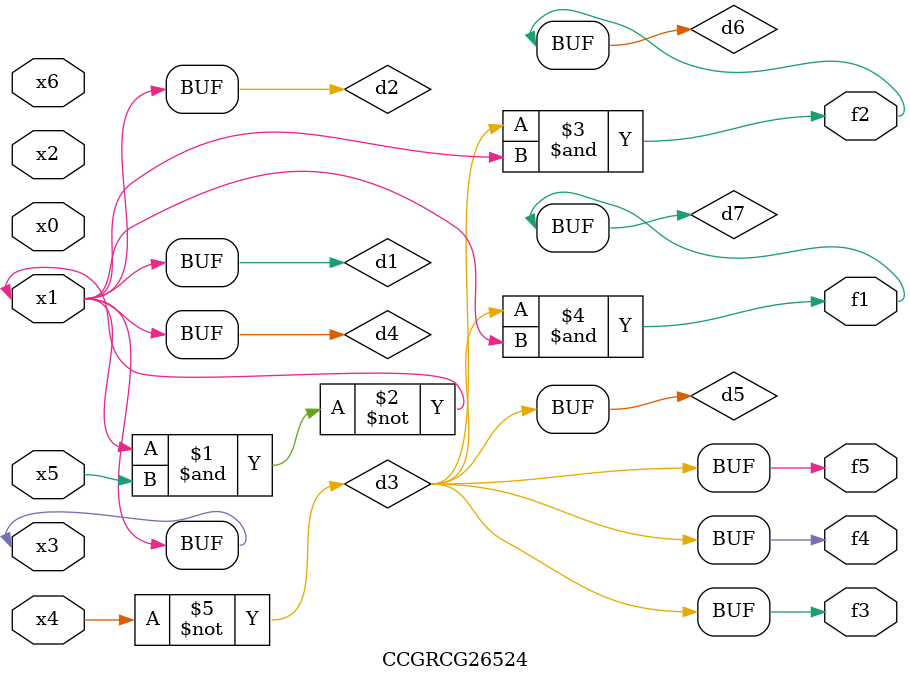
<source format=v>
module CCGRCG26524(
	input x0, x1, x2, x3, x4, x5, x6,
	output f1, f2, f3, f4, f5
);

	wire d1, d2, d3, d4, d5, d6, d7;

	buf (d1, x1, x3);
	nand (d2, x1, x5);
	not (d3, x4);
	buf (d4, d1, d2);
	buf (d5, d3);
	and (d6, d3, d4);
	and (d7, d3, d4);
	assign f1 = d7;
	assign f2 = d6;
	assign f3 = d5;
	assign f4 = d5;
	assign f5 = d5;
endmodule

</source>
